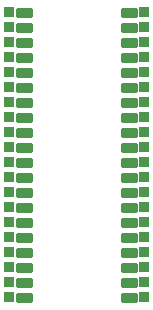
<source format=gts>
G75*
%MOIN*%
%OFA0B0*%
%FSLAX24Y24*%
%IPPOS*%
%LPD*%
%AMOC8*
5,1,8,0,0,1.08239X$1,22.5*
%
%ADD10C,0.0093*%
%ADD11R,0.0350X0.0350*%
D10*
X000771Y000471D02*
X001239Y000471D01*
X000771Y000471D02*
X000771Y000689D01*
X001239Y000689D01*
X001239Y000471D01*
X001239Y000563D02*
X000771Y000563D01*
X000771Y000655D02*
X001239Y000655D01*
X001239Y000971D02*
X000771Y000971D01*
X000771Y001189D01*
X001239Y001189D01*
X001239Y000971D01*
X001239Y001063D02*
X000771Y001063D01*
X000771Y001155D02*
X001239Y001155D01*
X001239Y001471D02*
X000771Y001471D01*
X000771Y001689D01*
X001239Y001689D01*
X001239Y001471D01*
X001239Y001563D02*
X000771Y001563D01*
X000771Y001655D02*
X001239Y001655D01*
X001239Y001971D02*
X000771Y001971D01*
X000771Y002189D01*
X001239Y002189D01*
X001239Y001971D01*
X001239Y002063D02*
X000771Y002063D01*
X000771Y002155D02*
X001239Y002155D01*
X001239Y002471D02*
X000771Y002471D01*
X000771Y002689D01*
X001239Y002689D01*
X001239Y002471D01*
X001239Y002563D02*
X000771Y002563D01*
X000771Y002655D02*
X001239Y002655D01*
X001239Y002971D02*
X000771Y002971D01*
X000771Y003189D01*
X001239Y003189D01*
X001239Y002971D01*
X001239Y003063D02*
X000771Y003063D01*
X000771Y003155D02*
X001239Y003155D01*
X001239Y003471D02*
X000771Y003471D01*
X000771Y003689D01*
X001239Y003689D01*
X001239Y003471D01*
X001239Y003563D02*
X000771Y003563D01*
X000771Y003655D02*
X001239Y003655D01*
X001239Y003971D02*
X000771Y003971D01*
X000771Y004189D01*
X001239Y004189D01*
X001239Y003971D01*
X001239Y004063D02*
X000771Y004063D01*
X000771Y004155D02*
X001239Y004155D01*
X001239Y004471D02*
X000771Y004471D01*
X000771Y004689D01*
X001239Y004689D01*
X001239Y004471D01*
X001239Y004563D02*
X000771Y004563D01*
X000771Y004655D02*
X001239Y004655D01*
X001239Y004971D02*
X000771Y004971D01*
X000771Y005189D01*
X001239Y005189D01*
X001239Y004971D01*
X001239Y005063D02*
X000771Y005063D01*
X000771Y005155D02*
X001239Y005155D01*
X001239Y005471D02*
X000771Y005471D01*
X000771Y005689D01*
X001239Y005689D01*
X001239Y005471D01*
X001239Y005563D02*
X000771Y005563D01*
X000771Y005655D02*
X001239Y005655D01*
X001239Y005971D02*
X000771Y005971D01*
X000771Y006189D01*
X001239Y006189D01*
X001239Y005971D01*
X001239Y006063D02*
X000771Y006063D01*
X000771Y006155D02*
X001239Y006155D01*
X001239Y006471D02*
X000771Y006471D01*
X000771Y006689D01*
X001239Y006689D01*
X001239Y006471D01*
X001239Y006563D02*
X000771Y006563D01*
X000771Y006655D02*
X001239Y006655D01*
X001239Y006971D02*
X000771Y006971D01*
X000771Y007189D01*
X001239Y007189D01*
X001239Y006971D01*
X001239Y007063D02*
X000771Y007063D01*
X000771Y007155D02*
X001239Y007155D01*
X001239Y007471D02*
X000771Y007471D01*
X000771Y007689D01*
X001239Y007689D01*
X001239Y007471D01*
X001239Y007563D02*
X000771Y007563D01*
X000771Y007655D02*
X001239Y007655D01*
X001239Y007971D02*
X000771Y007971D01*
X000771Y008189D01*
X001239Y008189D01*
X001239Y007971D01*
X001239Y008063D02*
X000771Y008063D01*
X000771Y008155D02*
X001239Y008155D01*
X001239Y008471D02*
X000771Y008471D01*
X000771Y008689D01*
X001239Y008689D01*
X001239Y008471D01*
X001239Y008563D02*
X000771Y008563D01*
X000771Y008655D02*
X001239Y008655D01*
X001239Y008971D02*
X000771Y008971D01*
X000771Y009189D01*
X001239Y009189D01*
X001239Y008971D01*
X001239Y009063D02*
X000771Y009063D01*
X000771Y009155D02*
X001239Y009155D01*
X001239Y009471D02*
X000771Y009471D01*
X000771Y009689D01*
X001239Y009689D01*
X001239Y009471D01*
X001239Y009563D02*
X000771Y009563D01*
X000771Y009655D02*
X001239Y009655D01*
X001239Y009971D02*
X000771Y009971D01*
X000771Y010189D01*
X001239Y010189D01*
X001239Y009971D01*
X001239Y010063D02*
X000771Y010063D01*
X000771Y010155D02*
X001239Y010155D01*
X004271Y010189D02*
X004739Y010189D01*
X004739Y009971D01*
X004271Y009971D01*
X004271Y010189D01*
X004271Y010063D02*
X004739Y010063D01*
X004739Y010155D02*
X004271Y010155D01*
X004271Y009689D02*
X004739Y009689D01*
X004739Y009471D01*
X004271Y009471D01*
X004271Y009689D01*
X004271Y009563D02*
X004739Y009563D01*
X004739Y009655D02*
X004271Y009655D01*
X004271Y009189D02*
X004739Y009189D01*
X004739Y008971D01*
X004271Y008971D01*
X004271Y009189D01*
X004271Y009063D02*
X004739Y009063D01*
X004739Y009155D02*
X004271Y009155D01*
X004271Y008689D02*
X004739Y008689D01*
X004739Y008471D01*
X004271Y008471D01*
X004271Y008689D01*
X004271Y008563D02*
X004739Y008563D01*
X004739Y008655D02*
X004271Y008655D01*
X004271Y008189D02*
X004739Y008189D01*
X004739Y007971D01*
X004271Y007971D01*
X004271Y008189D01*
X004271Y008063D02*
X004739Y008063D01*
X004739Y008155D02*
X004271Y008155D01*
X004271Y007689D02*
X004739Y007689D01*
X004739Y007471D01*
X004271Y007471D01*
X004271Y007689D01*
X004271Y007563D02*
X004739Y007563D01*
X004739Y007655D02*
X004271Y007655D01*
X004271Y007189D02*
X004739Y007189D01*
X004739Y006971D01*
X004271Y006971D01*
X004271Y007189D01*
X004271Y007063D02*
X004739Y007063D01*
X004739Y007155D02*
X004271Y007155D01*
X004271Y006689D02*
X004739Y006689D01*
X004739Y006471D01*
X004271Y006471D01*
X004271Y006689D01*
X004271Y006563D02*
X004739Y006563D01*
X004739Y006655D02*
X004271Y006655D01*
X004271Y006189D02*
X004739Y006189D01*
X004739Y005971D01*
X004271Y005971D01*
X004271Y006189D01*
X004271Y006063D02*
X004739Y006063D01*
X004739Y006155D02*
X004271Y006155D01*
X004271Y005689D02*
X004739Y005689D01*
X004739Y005471D01*
X004271Y005471D01*
X004271Y005689D01*
X004271Y005563D02*
X004739Y005563D01*
X004739Y005655D02*
X004271Y005655D01*
X004271Y005189D02*
X004739Y005189D01*
X004739Y004971D01*
X004271Y004971D01*
X004271Y005189D01*
X004271Y005063D02*
X004739Y005063D01*
X004739Y005155D02*
X004271Y005155D01*
X004271Y004689D02*
X004739Y004689D01*
X004739Y004471D01*
X004271Y004471D01*
X004271Y004689D01*
X004271Y004563D02*
X004739Y004563D01*
X004739Y004655D02*
X004271Y004655D01*
X004271Y004189D02*
X004739Y004189D01*
X004739Y003971D01*
X004271Y003971D01*
X004271Y004189D01*
X004271Y004063D02*
X004739Y004063D01*
X004739Y004155D02*
X004271Y004155D01*
X004271Y003689D02*
X004739Y003689D01*
X004739Y003471D01*
X004271Y003471D01*
X004271Y003689D01*
X004271Y003563D02*
X004739Y003563D01*
X004739Y003655D02*
X004271Y003655D01*
X004271Y003189D02*
X004739Y003189D01*
X004739Y002971D01*
X004271Y002971D01*
X004271Y003189D01*
X004271Y003063D02*
X004739Y003063D01*
X004739Y003155D02*
X004271Y003155D01*
X004271Y002689D02*
X004739Y002689D01*
X004739Y002471D01*
X004271Y002471D01*
X004271Y002689D01*
X004271Y002563D02*
X004739Y002563D01*
X004739Y002655D02*
X004271Y002655D01*
X004271Y002189D02*
X004739Y002189D01*
X004739Y001971D01*
X004271Y001971D01*
X004271Y002189D01*
X004271Y002063D02*
X004739Y002063D01*
X004739Y002155D02*
X004271Y002155D01*
X004271Y001689D02*
X004739Y001689D01*
X004739Y001471D01*
X004271Y001471D01*
X004271Y001689D01*
X004271Y001563D02*
X004739Y001563D01*
X004739Y001655D02*
X004271Y001655D01*
X004271Y001189D02*
X004739Y001189D01*
X004739Y000971D01*
X004271Y000971D01*
X004271Y001189D01*
X004271Y001063D02*
X004739Y001063D01*
X004739Y001155D02*
X004271Y001155D01*
X004271Y000689D02*
X004739Y000689D01*
X004739Y000471D01*
X004271Y000471D01*
X004271Y000689D01*
X004271Y000563D02*
X004739Y000563D01*
X004739Y000655D02*
X004271Y000655D01*
D11*
X000505Y000580D03*
X000505Y001080D03*
X000505Y001580D03*
X000505Y002080D03*
X000505Y002580D03*
X000505Y003080D03*
X000505Y003580D03*
X000505Y004080D03*
X000505Y004580D03*
X000505Y005080D03*
X000505Y005580D03*
X000505Y006080D03*
X000505Y006580D03*
X000505Y007080D03*
X000505Y007580D03*
X000505Y008080D03*
X000505Y008580D03*
X000505Y009080D03*
X000505Y009580D03*
X000505Y010080D03*
X005005Y010080D03*
X005005Y009580D03*
X005005Y009080D03*
X005005Y008580D03*
X005005Y008080D03*
X005005Y007580D03*
X005005Y007080D03*
X005005Y006580D03*
X005005Y006080D03*
X005005Y005580D03*
X005005Y005080D03*
X005005Y004580D03*
X005005Y004080D03*
X005005Y003580D03*
X005005Y003080D03*
X005005Y002580D03*
X005005Y002080D03*
X005005Y001580D03*
X005005Y001080D03*
X005005Y000580D03*
M02*

</source>
